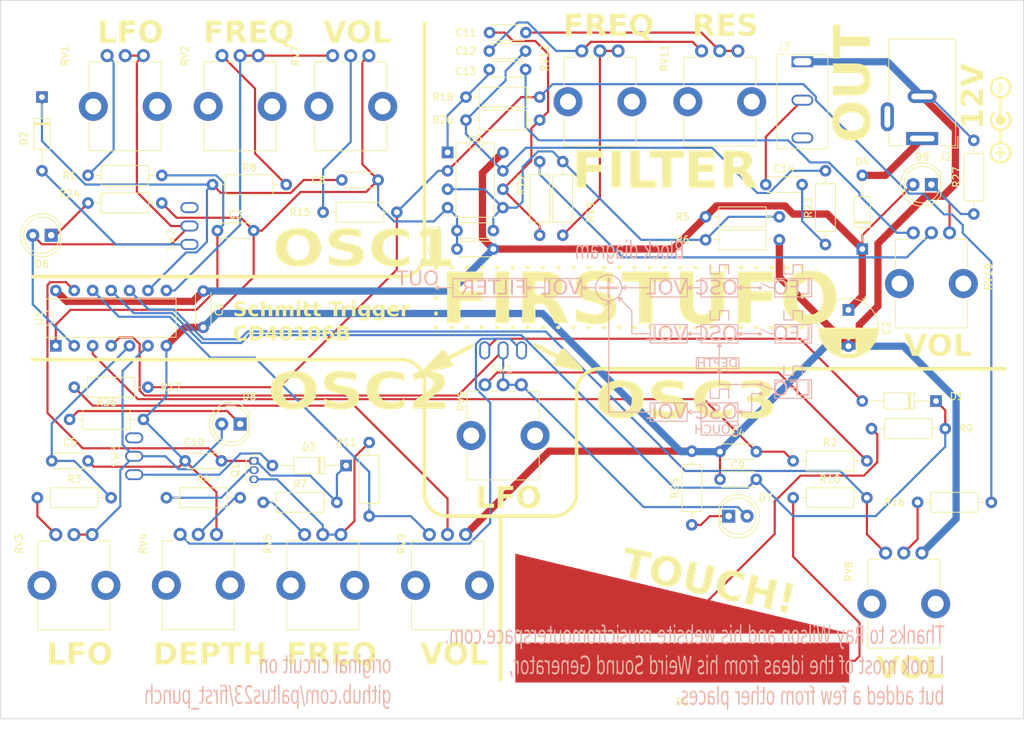
<source format=kicad_pcb>
(kicad_pcb (version 20221018) (generator pcbnew)
  (layers (0 "F.Cu" signal) (31 "B.Cu" signal) (36 "B.SilkS" user "B.Silkscreen") (37 "F.SilkS" user "F.Silkscreen") (38 "B.Mask" user) (39 "F.Mask" user) (44 "Edge.Cuts" user))
  (net 0 "")
  (net 1 "+12V")
  (net 2 "GND")
  (net 3 "Net-(C3-Pad1)")
  (net 4 "Net-(C4-Pad1)")
  (net 5 "Net-(C5-Pad1)")
  (net 6 "Vref")
  (net 7 "Net-(D2-K)")
  (net 8 "Net-(D1-K)")
  (net 9 "Net-(D3-K)")
  (net 10 "Net-(U3B--)")
  (net 11 "Net-(C11-Pad2)")
  (net 12 "Net-(C12-Pad1)")
  (net 13 "Net-(C12-Pad2)")
  (net 14 "Net-(C13-Pad1)")
  (net 15 "Net-(C13-Pad2)")
  (net 16 "Net-(C14-Pad1)")
  (net 17 "Net-(C14-Pad2)")
  (net 18 "Net-(D1-A)")
  (net 19 "Net-(D2-A)")
  (net 20 "Net-(D3-A)")
  (net 21 "Net-(D4-A)")
  (net 23 "Net-(Q1-B)")
  (net 24 "Net-(Q1-C)")
  (net 25 "Net-(R1-Pad2)")
  (net 26 "Net-(R2-Pad2)")
  (net 27 "Net-(R3-Pad2)")
  (net 28 "Net-(R4-Pad1)")
  (net 29 "Net-(R7-Pad2)")
  (net 30 "Net-(R8-Pad2)")
  (net 31 "Net-(D5-Pad1)")
  (net 32 "Net-(R10-Pad1)")
  (net 33 "Net-(D5-Pad2)")
  (net 34 "Net-(R11-Pad1)")
  (net 35 "Net-(R15-Pad2)")
  (net 36 "Net-(R16-Pad2)")
  (net 37 "Net-(R17-Pad2)")
  (net 38 "Net-(RV2-Pad1)")
  (net 39 "Net-(U3A--)")
  (net 40 "Net-(R19-Pad1)")
  (net 41 "Net-(D6-K)")
  (net 42 "Net-(D6-A)")
  (net 43 "Net-(D7-K)")
  (net 44 "Net-(SW1-C)")
  (net 47 "Net-(D7-A)")
  (net 48 "Net-(D8-K)")
  (net 49 "Net-(D8-A)")
  (net 50 "Net-(D9-K)")
  (net 52 "Net-(R22-Pad2)")
  (footprint "Resistor_THT:R_Axial_DIN0207_L6.3mm_D2.5mm_P10.16mm_Horizontal" (layer "F.Cu") (at 45.085 63.5)
    (fp_text reference "R24")
    (fp_text value "10k")
  )
  (footprint "Import:SMTS-102" (layer "F.Cu") (at 51.435 98.425 90)
    (fp_text reference "SW3")
    (fp_text value "SMTS-102")
  )
  (footprint "Capacitor_THT:C_Disc_D4.3mm_W1.9mm_P5.00mm" (layer "F.Cu") (at 137.16 101.6 180)
    (fp_text reference "C9")
    (fp_text value "22n")
  )
  (footprint "Capacitor_THT:C_Disc_D4.3mm_W1.9mm_P5.00mm" (layer "F.Cu") (at 40.085 99.06)
    (fp_text reference "C5")
    (fp_text value "1u")
  )
  (footprint "Resistor_THT:R_Axial_DIN0207_L6.3mm_D2.5mm_P10.16mm_Horizontal" (layer "F.Cu") (at 66.04 104.14 180)
    (fp_text reference "R4")
    (fp_text value "4k7")
  )
  (footprint "Resistor_THT:R_Axial_DIN0207_L6.3mm_D2.5mm_P10.16mm_Horizontal" (layer "F.Cu") (at 169.545 104.775 180)
    (fp_text reference "R16")
    (fp_text value "27k")
  )
  (footprint "Diode_THT:D_DO-35_SOD27_P10.16mm_Horizontal" (layer "F.Cu") (at 151.765 69.85 90)
    (fp_text reference "D4")
    (fp_text value "1N4148")
  )
  (footprint "Resistor_THT:R_Axial_DIN0207_L6.3mm_D2.5mm_P10.16mm_Horizontal" (layer "F.Cu") (at 87.63 64.77 180)
    (fp_text reference "R15")
    (fp_text value "27k")
  )
  (footprint "Potentiometer_THT:Potentiometer_Bourns_PTV09A-1_Single_Vertical" (layer "F.Cu") (at 57.78 109.205 -90)
    (fp_text reference "RV4")
    (fp_text value "100k")
  )
  (footprint "Package_DIP:DIP-8_W7.62mm" (layer "F.Cu") (at 94.625 56.525)
    (fp_text reference "U3")
    (fp_text value "LM358")
  )
  (footprint "Resistor_THT:R_Axial_DIN0207_L6.3mm_D2.5mm_P10.16mm_Horizontal" (layer "F.Cu") (at 130.175 68.58)
    (fp_text reference "R6")
    (fp_text value "10k")
  )
  (footprint "Capacitor_THT:C_Disc_D4.3mm_W1.9mm_P5.00mm" (layer "F.Cu") (at 60.96 75.645 -90)
    (fp_text reference "C1")
    (fp_text value ".1u Y5V")
  )
  (footprint "Resistor_THT:R_Axial_DIN0207_L6.3mm_D2.5mm_P10.16mm_Horizontal" (layer "F.Cu") (at 53.34 88.9 180)
    (fp_text reference "R17")
    (fp_text value "27k")
  )
  (footprint "Potentiometer_THT:Potentiometer_Bourns_PTV09A-1_Single_Vertical" (layer "F.Cu") (at 158.79 67.61 -90)
    (fp_text reference "RV10")
    (fp_text value "1M")
  )
  (footprint "Potentiometer_THT:Potentiometer_Bourns_PTV09A-1_Single_Vertical" (layer "F.Cu") (at 113.115 42.53 -90)
    (fp_text reference "RV12")
    (fp_text value "100k")
  )
  (footprint "Potentiometer_THT:Potentiometer_Bourns_PTV09A-1_Single_Vertical" (layer "F.Cu") (at 78.78 43.18 -90)
    (fp_text reference "RV7")
    (fp_text value "100k")
  )
  (footprint "Resistor_THT:R_Axial_DIN0207_L6.3mm_D2.5mm_P10.16mm_Horizontal" (layer "F.Cu") (at 55.245 59.69 180)
    (fp_text reference "R1")
    (fp_text value "27k")
  )
  (footprint "Import:tactile pad triangle_1" (layer "F.Cu") (at 126.96 123.365)
    (fp_text reference "D5")
    (fp_text value "~")
  )
  (footprint "Diode_THT:D_DO-35_SOD27_P10.16mm_Horizontal" (layer "F.Cu") (at 161.925 90.805 180)
    (fp_text reference "D1")
    (fp_text value "1N4148")
  )
  (footprint "Capacitor_THT:C_Disc_D4.3mm_W1.9mm_P5.00mm" (layer "F.Cu") (at 100.925 69.85 180)
    (fp_text reference "C6")
    (fp_text value ".1u Y5V")
  )
  (footprint "Diode_THT:D_DO-35_SOD27_P10.16mm_Horizontal" (layer "F.Cu") (at 80.645 99.695 180)
    (fp_text reference "D3")
    (fp_text value "1N4148")
  )
  (footprint "LED_THT:LED_D5.0mm" (layer "F.Cu") (at 161.295 60.96 180)
    (fp_text reference "D9")
    (fp_text value "LED red")
  )
  (footprint "Capacitor_THT:C_Disc_D4.3mm_W1.9mm_P5.00mm" (layer "F.Cu") (at 62.905 67.31)
    (fp_text reference "C3")
    (fp_text value "1u")
  )
  (footprint "LED_THT:LED_D5.0mm" (layer "F.Cu") (at 66.04 93.98 180)
    (fp_text reference "D8")
    (fp_text value "LED green")
  )
  (footprint "LED_THT:LED_D5.0mm" (layer "F.Cu") (at 40.005 67.945 180)
    (fp_text reference "D6")
    (fp_text value "LED green")
  )
  (footprint "Potentiometer_THT:Potentiometer_Bourns_PTV09A-1_Single_Vertical" (layer "F.Cu") (at 99.78 88.565 -90)
    (fp_text reference "RV6")
    (fp_text value "1M")
  )
  (footprint "Potentiometer_THT:Potentiometer_Bourns_PTV09A-1_Single_Vertical" (layer "F.Cu") (at 74.925 109.22 -90)
    (fp_text reference "RV5")
    (fp_text value "1M")
  )
  (footprint "Capacitor_THT:C_Disc_D4.3mm_W1.9mm_P5.00mm" (layer "F.Cu") (at 100.925 67.31 180)
    (fp_text reference "C7")
    (fp_text value "1u Y5V")
  )
  (footprint "Capacitor_THT:C_Disc_D4.3mm_W1.9mm_P5.00mm" (layer "F.Cu") (at 63.46 99.06 180)
    (fp_text reference "C10")
    (fp_text value "22n")
  )
  (footprint "MountingHole:MountingHole_3.2mm_M3" (layer "F.Cu") (at 38.1 129.54)
    (fp_text reference "H3" hide)
    (fp_text value "MountingHole")
  )
  (footprint "Package_TO_SOT_THT:TO-92Flat" (layer "F.Cu") (at 67.945 99.06 -90)
    (fp_text reference "Q1")
    (fp_text value "2N3904")
  )
  (footprint "Resistor_THT:R_Axial_DIN0207_L6.3mm_D2.5mm_P10.16mm_Horizontal" (layer "F.Cu") (at 97.155 52.07)
    (fp_text reference "R20")
    (fp_text value "4M7")
  )
  (footprint "Resistor_THT:R_Axial_DIN0207_L6.3mm_D2.5mm_P10.16mm_Horizontal" (layer "F.Cu") (at 130.175 65.405)
    (fp_text reference "R5")
    (fp_text value "10k")
  )
  (footprint "Connector_BarrelJack:BarrelJack_Wuerth_6941xx301002" (layer "F.Cu") (at 160.02 54.61 180)
    (fp_text reference "J2")
    (fp_text value "Barrel_Jack_Switch")
  )
  (footprint "Potentiometer_THT:Potentiometer_Bourns_PTV09A-1_Single_Vertical" (layer "F.Cu") (at 129.625 42.53 -90)
    (fp_text reference "RV11")
    (fp_text value "100k")
  )
  (footprint "Capacitor_THT:C_Disc_D4.3mm_W1.9mm_P5.00mm" (layer "F.Cu") (at 80.05 60.325)
    (fp_text reference "C8")
    (fp_text value "22n")
  )
  (footprint "Import:Polarity_Center_Positive_3mm_SilkScreen" (layer "F.Cu") (at 170.815 52.07 90)
    (fp_text reference "LO1" hide)
    (fp_text value "~" hide)
  )
  (footprint "Potentiometer_THT:Potentiometer_Bourns_PTV09A-1_Single_Vertical" (layer "F.Cu") (at 47.71 43.18 -90)
    (fp_text reference "RV1")
    (fp_text value "1M")
  )
  (footprint "Capacitor_THT:C_Disc_D4.3mm_W1.9mm_P5.00mm" (layer "F.Cu") (at 100.37 45.085)
    (fp_text reference "C13")
    (fp_text value ".1u")
  )
  (footprint "Resistor_THT:R_Axial_DIN0207_L6.3mm_D2.5mm_P10.16mm_Horizontal" (layer "F.Cu") (at 62.23 60.96)
    (fp_text reference "R8")
    (fp_text value "10k")
  )
  (footprint "Resistor_THT:R_Axial_DIN0207_L6.3mm_D2.5mm_P10.16mm_Horizontal" (layer "F.Cu") (at 97.155 48.895)
    (fp_text reference "R18")
    (fp_text value "4k7")
  )
  (footprint "Package_DIP:DIP-14_W7.62mm" (layer "F.Cu") (at 40.64 83.185 90)
    (fp_text reference "U1")
    (fp_text value "40106")
  )
  (footprint "Resistor_THT:R_Axial_DIN0207_L6.3mm_D2.5mm_P10.16mm_Horizontal" (layer "F.Cu") (at 107.315 67.945 90)
    (fp_text reference "R22")
    (fp_text value "750k")
  )
  (footprint "Resistor_THT:R_Axial_DIN0207_L6.3mm_D2.5mm_P10.16mm_Horizontal" (layer "F.Cu") (at 146.685 69.215 90)
    (fp_text reference "R23")
    (fp_text value "1k")
  )
  (footprint "Resistor_THT:R_Axial_DIN0207_L6.3mm_D2.5mm_P10.16mm_Horizontal" (layer "F.Cu") (at 128.27 107.88 90)
    (fp_text reference "R25")
    (fp_text value "10k")
  )
  (footprint "Capacitor_THT:C_Disc_D4.3mm_W1.9mm_P5.00mm" (layer "F.Cu") (at 137.16 97.79 180)
    (fp_text reference "C4")
    (fp_text value "1u")
  )
  (footprint "Resistor_THT:R_Axial_DIN0207_L6.3mm_D2.5mm_P10.16mm_Horizontal" (layer "F.Cu") (at 167.132 65.024 90)
    (fp_text reference "R27")
    (fp_text value "10k")
  )
  (footprint "Resistor_THT:R_Axial_DIN0207_L6.3mm_D2.5mm_P10.16mm_Horizontal" (layer "F.Cu") (at 83.82 106.68 90)
    (fp_text reference "R11")
    (fp_text value "4k7")
  )
  (footprint "Resistor_THT:R_Axial_DIN0207_L6.3mm_D2.5mm_P10.16mm_Horizontal" (layer "F.Cu") (at 152.4 104.14 180)
    (fp_text reference "R10")
    (fp_text value "4k7")
  )
  (footprint "MountingHole:MountingHole_3.2mm_M3" (layer "F.Cu") (at 168.91 129.54)
    (fp_text reference "H2" hide)
    (fp_text value "MountingHole")
  )
  (footprint "Potentiometer_THT:Potentiometer_Bourns_PTV09A-1_Single_Vertical" (layer "F.Cu") (at 154.98 111.76 -90)
    (fp_text reference "RV8")
    (fp_text value "100k")
  )
  (footprint "Resistor_THT:R_Axial_DIN0207_L6.3mm_D2.5mm_P10.16mm_Horizontal" (layer "F.Cu") (at 79.375 104.775 180)
    (fp_text reference "R7")
    (fp_text value "4k7")
  )
  (footprint "Capacitor_THT:CP_Radial_D8.0mm_P5.00mm" (layer "F.Cu") (at 149.86 78.242349 -90)
    (fp_text reference "C2")
    (fp_text value "10u")
  )
  (footprint "Resistor_THT:R_Axial_DIN0207_L6.3mm_D2.5mm_P10.16mm_Horizontal" (layer "F.Cu") (at 110.49 67.945 90)
    (fp_text reference "R19")
    (fp_text value "1k")
  )
  (footprint "MountingHole:MountingHole_3.2mm_M3" (layer "F.Cu") (at 168.91 40.64)
    (fp_text reference "H1" hide)
    (fp_text value "MountingHole")
  )
  (footprint "Resistor_THT:R_Axial_DIN0207_L6.3mm_D2.5mm_P10.16mm_Horizontal" (layer "F.Cu") (at 163.195 94.615 180)
    (fp_text reference "R9")
    (fp_text value "4k7")
  )
  (footprint "LED_THT:LED_D5.0mm" (layer "F.Cu") (at 133.35 106.68)
    (fp_text reference "D7")
    (fp_text value "LED green")
  )
  (footprint "Capacitor_THT:C_Disc_D4.3mm_W1.9mm_P5.00mm" (layer "F.Cu") (at 100.41 40.005)
    (fp_text reference "C11")
    (fp_text value "1n")
  )
  (footprint "Potentiometer_THT:Potentiometer_Bourns_PTV09A-1_Single_Vertical" (layer "F.Cu") (at 63.54 43.18 -90)
    (fp_text reference "RV2")
    (fp_text value "1M")
  )
  (footprint "Diode_THT:D_DO-35_SOD27_P10.16mm_Horizontal" (layer "F.Cu") (at 38.735 48.895 -90)
    (fp_text reference "D2")
    (fp_text value "1N4148")
  )
  (footprint "Resistor_THT:R_Axial_DIN0207_L6.3mm_D2.5mm_P10.16mm_Horizontal" (layer "F.Cu") (at 48.26 104.14 180)
    (fp_text reference "R3")
    (fp_text value "27k")
  )
  (footprint "Import:PJ-316" (layer "F.Cu") (at 143.51 44.025 -90)
    (fp_text reference "J3")
    (fp_text value "~")
  )
  (footprint "Potentiometer_THT:Potentiometer_Bourns_PTV09A-1_Single_Vertical" (layer "F.Cu") (at 40.64 109.22 -90)
    (fp_text reference "RV3")
    (fp_text value "1M")
  )
  (footprint "Import:SMTS-102" (layer "F.Cu") (at 59.055 66.675 90)
    (fp_text reference "SW2")
    (fp_text value "SMTS-102")
  )
  (footprint "Resistor_THT:R_Axial_DIN0207_L6.3mm_D2.5mm_P10.16mm_Horizontal" (layer "F.Cu") (at 42.545 93.345)
    (fp_text reference "R26")
    (fp_text value "10k")
  )
  (footprint "Capacitor_THT:C_Disc_D4.3mm_W1.9mm_P5.00mm" (layer "F.Cu") (at 138.47 60.96)
    (fp_text reference "C14")
    (fp_text value "1u")
  )
  (footprint "MountingHole:MountingHole_3.2mm_M3" (layer "F.Cu") (at 38.1 40.64)
    (fp_text reference "H4" hide)
    (fp_text value "MountingHole")
  )
  (footprint "Capacitor_THT:C_Disc_D4.3mm_W1.9mm_P5.00mm" (layer "F.Cu") (at 100.37 42.545)
    (fp_text reference "C12")
    (fp_text value "1n")
  )
  (footprint "Potentiometer_THT:Potentiometer_Bourns_PTV09A-1_Single_Vertical" (layer "F.Cu") (at 92.115 109.22 -90)
    (fp_text reference "RV9")
    (fp_text value "100k")
  )
  (footprint "Import:SMTS-102" (layer "F.Cu") (at 102.28 83.82)
    (fp_text reference "SW1")
    (fp_text value "SMTS-102")
  )
  (footprint "Resistor_THT:R_Axial_DIN0207_L6.3mm_D2.5mm_P10.16mm_Horizontal" (layer "F.Cu") (at 142.24 99.06)
    (fp_text reference "R2")
    (fp_text value "27k")
  )
  (gr_circle (center 137.668 81.534) (end 137.532135 81.41323) (stroke (width 0.15)) (fill none) (layer "B.SilkS"))
  (gr_line (start 129.54 73.914) (end 129.54 76.454) (stroke (width 0.15)) (layer "B.SilkS"))
  (gr_line (start 132.08 89.154) (end 133.35 89.154) (stroke (width 0.15)) (layer "B.SilkS"))
  (gr_line (start 116.84 92.329) (end 122.555 92.329) (stroke (width 0.15)) (layer "B.SilkS"))
  (gr_line (start 127.635 92.329) (end 129.54 92.329) (stroke (width 0.15)) (layer "B.SilkS"))
  (gr_line (start 129.54 82.804) (end 134.62 82.804) (stroke (width 0.15)) (layer "B.SilkS"))
  (gr_line (start 127.635 92.329) (end 128.199552 92.590668) (stroke (width 0.15)) (layer "B.SilkS"))
  (gr_line (start 136.525 92.329) (end 136.525 89.789) (stroke (width 0.15)) (layer "B.SilkS"))
  (gr_line (start 142.24 72.009) (end 143.51 72.009) (stroke (width 0.15)) (layer "B.SilkS"))
  (gr_rect (start 144.78 76.454) (end 144.78 73.914) (stroke (width 0.15)) (fill none) (layer "B.SilkS"))
  (gr_line (start 113.113588 75.184) (end 115.018588 75.184) (stroke (width 0.15)) (layer "B.SilkS"))
  (gr_line (start 132.08 86.36) (end 131.818332 86.924552) (stroke (width 0.15)) (layer "B.SilkS"))
  (gr_line (start 139.7 80.264) (end 139.7 82.804) (stroke (width 0.15)) (layer "B.SilkS"))
  (gr_line (start 122.555 75.184) (end 118.61069 75.184) (stroke (width 0.15)) (layer "B.SilkS"))
  (gr_line (start 140.97 73.279) (end 142.24 73.279) (stroke (width 0.15)) (layer "B.SilkS"))
  (gr_line (start 129.54 95.504) (end 134.62 95.504) (stroke (width 0.15)) (layer "B.SilkS"))
  (gr_line (start 137.795 80.899) (end 139.065 81.534) (stroke (width 0.15)) (layer "B.SilkS"))
  (gr_line (start 140.97 78.359) (end 140.97 79.629) (stroke (width 0.15)) (layer "B.SilkS"))
  (gr_line (start 137.795 88.519) (end 139.065 89.154) (stroke (width 0.15)) (layer "B.SilkS"))
  (gr_circle (center 137.795 89.789) (end 137.659135 89.66823) (stroke (width 0.15)) (fill none) (layer "B.SilkS"))
  (gr_line (start 120.00769 78.359) (end 118.10269 76.454) (stroke (width 0.15)) (layer "B.SilkS"))
  (gr_line (start 140.97 72.009) (end 140.97 73.279) (stroke (width 0.15)) (layer "B.SilkS"))
  (gr_line (start 135.184552 81.272332) (end 134.62 81.534) (stroke (width 0.15)) (layer "B.SilkS"))
  (gr_line (start 105.511639 75.184) (end 106.076191 75.445668) (stroke (width 0.15)) (layer "B.SilkS"))
  (gr_line (start 113.113588 73.914) (end 108.033588 73.914) (stroke (width 0.15)) (layer "B.SilkS"))
  (gr_line (start 132.08 86.36) (end 132.08 88.519) (stroke (width 0.15)) (layer "B.SilkS"))
  (gr_line (start 139.065 89.154) (end 139.7 89.154) (stroke (width 0.15)) (layer "B.SilkS"))
  (gr_line (start 140.97 79.629) (end 142.24 79.629) (stroke (width 0.15)) (layer "B.SilkS"))
  (gr_rect (start 134.62 93.599) (end 134.62 91.059) (stroke (width 0.15)) (fill none) (layer "B.SilkS"))
  (gr_line (start 139.7 90.424) (end 144.78 90.424) (stroke (width 0.15)) (layer "B.SilkS"))
  (gr_line (start 108.033588 75.184) (end 105.511639 75.184) (stroke (width 0.15)) (layer "B.SilkS"))
  (gr_line (start 134.62 95.504) (end 134.62 93.599) (stroke (width 0.15)) (layer "B.SilkS"))
  (gr_line (start 129.54 93.599) (end 129.54 95.504) (stroke (width 0.15)) (layer "B.SilkS"))
  (gr_line (start 129.54 80.264) (end 129.54 82.804) (stroke (width 0.15)) (layer "B.SilkS"))
  (gr_line (start 144.78 87.884) (end 139.7 87.884) (stroke (width 0.15)) (layer "B.SilkS"))
  (gr_rect (start 134.62 82.804) (end 134.62 80.264) (stroke (width 0.15)) (fill none) (layer "B.SilkS"))
  (gr_line (start 143.51 72.009) (end 143.51 73.279) (stroke (width 0.15)) (layer "B.SilkS"))
  (gr_line (start 128.199552 81.272332) (end 127.635 81.534) (stroke (width 0.15)) (layer "B.SilkS"))
  (gr_line (start 108.033588 73.914) (end 108.033588 76.454) (stroke (width 0.15)) (layer "B.SilkS"))
  (gr_line (start 117.076307 77.544603) (end 116.814639 76.980051) (stroke (width 0.15)) (layer "B.SilkS"))
  (gr_line (start 128.199552 74.922332) (end 127.635 75.184) (stroke (width 0.15)) (layer "B.SilkS"))
  (gr_line (start 95.351639 73.914) (end 95.351639 76.454) (stroke (width 0.15)) (layer "B.SilkS"))
  (gr_circle (center 137.668 75.184) (end 137.532135 75.06323) (stroke (width 0.15)) (fill none) (layer "B.SilkS"))
  (gr_line (start 139.7 87.884) (end 139.7 90.424) (stroke (width 0.15)) (layer "B.SilkS"))
  (gr_line (start 137.795 74.549) (end 139.065 75.184) (stroke (width 0.15)) (layer "B.SilkS"))
  (gr_line (start 144.78 73.914) (end 139.7 73.914) (stroke (width 0.15)) (layer "B.SilkS"))
  (gr_rect (start 127.635 82.804) (end 127.635 80.264) (stroke (width 0.15)) (fill none) (layer "B.SilkS"))
  (gr_line (start 129.54 76.454) (end 134.62 76.454) (stroke (width 0.15)) (layer "B.SilkS"))
  (gr_line (start 134.747 86.36) (end 128.905 86.36) (stroke (width 0.15)) (layer "B.SilkS"))
  (gr_line (start 93.394242 74.922332) (end 92.82969 75.184) (stroke (width 0.15)) (layer "B.SilkS"))
  (gr_line (start 135.184552 92.067332) (end 134.62 92.329) (stroke (width 0.15)) (layer "B.SilkS"))
  (gr_rect (start 144.78 82.804) (end 144.78 80.264) (stroke (width 0.15)) (fill none) (layer "B.SilkS"))
  (gr_line (start 130.81 89.154) (end 130.81 90.424) (stroke (width 0.15)) (layer "B.SilkS"))
  (gr_line (start 130.81 90.424) (end 132.08 90.424) (stroke (width 0.15)) (layer "B.SilkS"))
  (gr_line (start 122.555 73.914) (end 122.555 76.454) (stroke (width 0.15)) (layer "B.SilkS"))
  (gr_rect (start 127.635 93.599) (end 127.635 91.059) (stroke (width 0.15)) (fill none) (layer "B.SilkS"))
  (gr_line (start 134.62 92.329) (end 135.184552 92.590668) (stroke (width 0.15)) (layer "B.SilkS"))
  (gr_line (start 132.08 82.804) (end 131.818332 83.368552) (stroke (width 0.15)) (layer "B.SilkS"))
  (gr_line (start 143.51 78.359) (end 143.51 79.629) (stroke (width 0.15)) (layer "B.SilkS"))
  (gr_circle (center 116.814639 75.184) (end 115.544639 73.914) (stroke (width 0.15)) (fill none) (layer "B.SilkS"))
  (gr_line (start 134.62 91.059) (end 129.54 91.059) (stroke (width 0.15)) (layer "B.SilkS"))
  (gr_line (start 142.24 79.629) (end 142.24 78.359) (stroke (width 0.15)) (layer "B.SilkS"))
  (gr_line (start 130.81 78.359) (end 130.81 79.629) (stroke (width 0.15)) (layer "B.SilkS"))
  (gr_line (start 127.635 81.534) (end 129.54 81.534) (stroke (width 0.15)) (layer "B.SilkS"))
  (gr_line (start 130.81 72.009) (end 130.81 73.279) (stroke (width 0.15)) (layer "B.SilkS"))
  (gr_line (start 134.62 81.534) (end 135.184552 81.795668) (stroke (width 0.15)) (layer "B.SilkS"))
  (gr_line (start 119.175242 74.922332) (end 118.61069 75.184) (stroke (width 0.15)) (layer "B.SilkS"))
  (gr_line (start 92.82969 75.184) (end 93.394242 75.445668) (stroke (width 0.15)) (layer "B.SilkS"))
  (gr_line (start 122.555 82.804) (end 127.635 82.804) (stroke (width 0.15)) (layer "B.SilkS"))
  (gr_rect (start 113.113588 76.454) (end 113.113588 73.914) (stroke (width 0.15)) (fill none) (layer "B.SilkS"))
  (gr_line (start 130.81 73.279) (end 132.08 73.279) (stroke (width 0.15)) (layer "B.SilkS"))
  (gr_line (start 142.24 73.279) (end 142.24 72.009) (stroke (width 0.15)) (layer "B.SilkS"))
  (gr_line (start 142.24 87.249) (end 142.24 85.979) (stroke (width 0.15)) (layer "B.SilkS"))
  (gr_line (start 105.511639 73.914) (end 95.351639 73.914) (stroke (width 0.15)) (layer "B.SilkS"))
  (gr_line (start 116.814639 76.980051) (end 116.814639 92.329) (stroke (width 0.15)) (layer "B.SilkS"))
  (gr_line (start 128.905 86.36) (end 128.905 84.836) (stroke (width 0.15)) (layer "B.SilkS"))
  (gr_line (start 132.08 82.804) (end 132.08 84.709) (stroke (width 0.15)) (layer "B.SilkS"))
  (gr_line (start 106.076191 74.922332) (end 105.511639 75.184) (stroke (width 0.15)) (layer "B.SilkS"))
  (gr_line (start 128.905 84.836) (end 134.747 84.836) (stroke (width 0.15)) (layer "B.SilkS"))
  (gr_rect (start 105.511639 76.454) (end 105.511639 73.914) (stroke (width 0.15)) (fill none) (layer "B.SilkS"))
  (gr_line (start 132.341668 83.368552) (end 132.08 82.804) (stroke (width 0.15)) (layer "B.SilkS"))
  (gr_line (start 116.814639 76.454) (end 116.814639 73.914) (stroke (width 0.3)) (layer "B.SilkS"))
  (gr_line (start 133.35 78.359) (end 133.35 79.629) (stroke (width 0.15)) (layer "B.SilkS"))
  (gr_line (start 139.7 82.804) (end 144.78 82.804) (stroke (width 0.15)) (layer "B.SilkS"))
  (gr_line (start 122.555 76.454) (end 127.635 76.454) (stroke (width 0.15)) (layer "B.SilkS"))
  (gr_line (start 122.555 91.059) (end 122.555 93.599) (stroke (width 0.15)) (layer "B.SilkS"))
  (gr_line (start 127.635 91.059) (end 122.555 91.059) (stroke (width 0.15)) (layer "B.SilkS"))
  (gr_line (start 120.00769 81.534) (end 122.555 81.534) (stroke (width 0.15)) (layer "B.SilkS"))
  (gr_line (start 142.24 85.979) (end 143.51 85.979) (stroke (width 0.15)) (layer "B.SilkS"))
  (gr_line (start 120.00769 81.534) (end 120.00769 78.359) (stroke (width 0.15)) (layer "B.SilkS"))
  (gr_rect (start 144.78 90.424) (end 144.78 87.884) (stroke (width 0.15)) (fill none) (layer "B.SilkS"))
  (gr_line (start 132.341668 86.924552) (end 132.08 86.36) (stroke (width 0.15)) (layer "B.SilkS"))
  (gr_line (start 132.08 73.279) (end 132.08 72.009) (stroke (width 0.15)) (layer "B.SilkS"))
  (gr_line (start 95.351639 75.184) (end 92.82969 75.184) (stroke (width 0.15)) (layer "B.SilkS"))
  (gr_line (start 134.62 81.534) (end 137.668 81.534) (stroke (width 0.15)) (layer "B.SilkS"))
  (gr_line (start 116.814639 76.980051) (end 116.552971 77.544603) (stroke (width 0.15)) (layer "B.SilkS"))
  (gr_line (start 129.54 93.599) (end 134.62 93.599) (stroke (width 0.15)) (layer "B.SilkS"))
  (gr_line (start 133.35 72.009) (end 133.35 73.279) (stroke (width 0.15)) (layer "B.SilkS"))
  (gr_line (start 133.35 89.154) (end 133.35 90.424) (stroke (width 0.15)) (layer "B.SilkS"))
  (gr_circle (center 137.795 88.519) (end 137.659135 88.39823) (stroke (width 0.15)) (fill none) (layer "B.SilkS"))
  (gr_line (start 127.635 75.184) (end 128.199552 75.445668) (stroke (width 0.15)) (layer "B.SilkS"))
  (gr_line (start 127.635 81.534) (end 128.199552 81.795668) (stroke (width 0.15)) (layer "B.SilkS"))
  (gr_line (start 139.065 75.184) (end 139.7 75.184) (stroke (width 0.15)) (layer "B.SilkS"))
  (gr_line (start 127.635 75.184) (end 129.54 75.184) (stroke (width 0.15)) (layer "B.SilkS"))
  (gr_rect (start 127.635 76.454) (end 127.635 73.914) (stroke (width 0.15)) (fill none) (layer "B.SilkS"))
  (gr_line (start 128.199552 92.067332) (end 127.635 92.329) (stroke (width 0.15)) (layer "B.SilkS"))
  (gr_line (start 108.033588 76.454) (end 113.113588 76.454) (stroke (width 0.15)) (layer "B.SilkS"))
  (gr_line (start 127.635 80.264) (end 122.555 80.264) (stroke (width 0.15)) (layer "B.SilkS"))
  (gr_line (start 130.81 79.629) (end 132.08 79.629) (stroke (width 0.15)) (layer "B.SilkS"))
  (gr_line (start 135.184552 74.922332) (end 134.62 75.184) (stroke (width 0.15)) (layer "B.SilkS"))
  (gr_line (start 132.08 90.424) (end 132.08 89.154) (stroke (width 0.15)) (layer "B.SilkS"))
  (gr_line (start 132.08 72.009) (end 133.35 72.009) (stroke (width 0.15)) (layer "B.SilkS"))
  (gr_line (start 122.555 80.264) (end 122.555 82.804) (stroke (width 0.15)) (layer "B.SilkS"))
  (gr_line (start 134.62 92.329) (end 136.525 92.329) (stroke (width 0.15)) (layer "B.SilkS"))
  (gr_line (start 139.065 81.534) (end 139.7 81.534) (stroke (width 0.15)) (layer "B.SilkS"))
  (gr_line (start 127.635 73.914) (end 122.555 73.914) (stroke (width 0.15)) (layer "B.SilkS"))
  (gr_line (start 113.113588 75.184) (end 113.67814 75.445668) (stroke (width 0.15)) (layer "B.SilkS"))
  (gr_line (start 143.51 85.979) (end 143.51 87.249) (stroke (width 0.15)) (layer "B.SilkS"))
  (gr_line (start 134.747 84.836) (end 134.747 86.36) (stroke (width 0.15)) (layer "B.SilkS"))
  (gr_line (start 132.08 88.519) (end 137.795 88.519) (stroke (width 0.15)) (layer "B.SilkS"))
  (gr_line (start 139.7 76.454) (end 144.78 76.454) (stroke (width 0.15)) (layer "B.SilkS"))
  (gr_line (start 134.62 80.264) (end 129.54 80.264) (stroke (width 0.15)) (layer "B.SilkS"))
  (gr_line (start 139.7 73.914) (end 139.7 76.454) (stroke (width 0.15)) (layer "B.SilkS"))
  (gr_line (start 136.525 89.789) (end 137.795 89.789) (stroke (width 0.15)) (layer "B.SilkS"))
  (gr_line (start 118.337041 77.097946) (end 118.10269 76.454) (stroke (width 0.15)) (layer "B.SilkS"))
  (gr_line (start 129.54 91.059) (end 129.54 93.599) (stroke (width 0.15)) (layer "B.SilkS"))
  (gr_line (start 118.61069 75.184) (end 119.175242 75.445668) (stroke (width 0.15)) (layer "B.SilkS"))
  (gr_line (start 113.67814 74.922332) (end 113.113588 75.184) (stroke (width 0.15)) (layer "B.SilkS"))
  (gr_line (start 122.555 93.599) (end 127.635 93.599) (stroke (width 0.15)) (layer "B.SilkS"))
  (gr_line (start 140.97 85.979) (end 140.97 87.249) (stroke (width 0.15)) (layer "B.SilkS"))
  (gr_line (start 132.08 78.359) (end 133.35 78.359) (stroke (width 0.15)) (layer "B.SilkS"))
  (gr_line (start 134.62 73.914) (end 129.54 73.914) (stroke (width 0.15)) (layer "B.SilkS"))
  (gr_line (start 140.97 87.249) (end 142.24 87.249) (stroke (width 0.15)) (layer "B.SilkS"))
  (gr_line (start 118.73769 76.708) (end 118.10269 76.454) (stroke (width 0.15)) (layer "B.SilkS"))
  (gr_line (start 134.62 75.184) (end 137.668 75.184) (stroke (width 0.15)) (layer "B.SilkS"))
  (gr_line (start 115.544639 75.184) (end 118.084639 75.184) (stroke (width 0.3)) (layer "B.SilkS"))
  (gr_line (start 144.78 80.264) (end 139.7 80.264) (stroke (width 0.15)) (layer "B.SilkS"))
  (gr_line (start 95.351639 76.454) (end 105.511639 76.454) (stroke (width 0.15)) (layer "B.SilkS"))
  (gr_line (start 132.08 79.629) (end 132.08 78.359) (stroke (width 0.15)) (layer "B.SilkS"))
  (gr_line (start 134.62 75.184) (end 135.184552 75.445668) (stroke (width 0.15)) (layer "B.SilkS"))
  (gr_rect (start 134.62 76.454) (end 134.62 73.914) (stroke (width 0.15)) (fill none) (layer "B.SilkS"))
  (gr_line (start 142.24 78.359) (end 143.51 78.359) (stroke (width 0.15)) (layer "B.SilkS"))
  (gr_line (start 93.0275 72.39) (end 93.0275 80.645) (stroke (width 0.5) (type dot)) (layer "F.SilkS"))
  (gr_line (start 101.9175 106.68) (end 101.9175 129.2225) (stroke (width 0.5)) (layer "F.SilkS"))
  (gr_line (start 112.395 103.505) (end 112.395 89.535) (stroke (width 0.5)) (layer "F.SilkS"))
  (gr_line (start 97.8548 83.245821) (end 92.076663 86.298312) (stroke (width 0.6)) (layer "F.SilkS"))
  (gr_line (start 94.615 106.68) (end 109.22 106.68) (stroke (width 0.5)) (layer "F.SilkS"))
  (gr_line (start 37.465 73.66) (end 88.265 73.66) (stroke (width 0.5)) (layer "F.SilkS"))
  (gr_arc (start 88.265 85.104898) (mid 90.49953 86.03047) (end 91.425102 88.265) (stroke (width 0.5)) (layer "F.SilkS"))
  (gr_poly (pts (xy 91.610725 86.496029) (xy 94.011022 84.039121) (xy 95.097949 85.828022)) (stroke (width 0.6)) (fill solid) (layer "F.SilkS"))
  (gr_line (start 91.44 88.265) (end 91.44 103.505) (stroke (width 0.5)) (layer "F.SilkS"))
  (gr_line (start 115.57 86.36) (end 171.45 86.36) (stroke (width 0.5)) (layer "F.SilkS"))
  (gr_line (start 93.0275 72.39) (end 143.51 72.39) (stroke (width 0.5) (type dot)) (layer "F.SilkS"))
  (gr_arc (start 94.615 106.68) (mid 92.369936 105.750064) (end 91.44 103.505) (stroke (width 0.5)) (layer "F.SilkS"))
  (gr_arc (start 91.44 70.485) (mid 90.510064 72.730064) (end 88.265 73.66) (stroke (width 0.5)) (layer "F.SilkS"))
  (gr_line (start 37.465 85.09) (end 88.265 85.09) (stroke (width 0.5)) (layer "F.SilkS"))
  (gr_line (start 93.0275 80.645) (end 143.51 80.645) (stroke (width 0.5) (type dot)) (layer "F.SilkS"))
  (gr_line (start 143.51 80.645) (end 143.51 72.39) (stroke (width 0.5) (type dot)) (layer "F.SilkS"))
  (gr_arc (start 112.395 103.505) (mid 111.465064 105.750064) (end 109.22 106.68) (stroke (width 0.5)) (layer "F.SilkS"))
  (gr_poly (pts (xy 112.937736 86.331437) (xy 110.537439 83.874529) (xy 109.450512 85.66343)) (stroke (width 0.6)) (fill solid) (layer "F.SilkS"))
  (gr_line (start 91.44 70.485) (end 91.44 38.735) (stroke (width 0.5)) (layer "F.SilkS"))
  (gr_arc (start 112.395 89.535) (mid 113.324936 87.289936) (end 115.57 86.36) (stroke (width 0.5)) (layer "F.SilkS"))
  (gr_line (start 106.693661 83.081229) (end 112.471798 86.13372) (stroke (width 0.6)) (layer "F.SilkS"))
  (gr_line (start 33.02 35.56) (end 173.99 35.56) (stroke (width 0.1)) (layer "Edge.Cuts"))
  (gr_line (start 33.02 134.62) (end 33.02 35.56) (stroke (width 0.1)) (layer "Edge.Cuts"))
  (gr_line (start 173.99 35.56) (end 173.99 134.62) (stroke (width 0.1)) (layer "Edge.Cuts"))
  (gr_line (start 173.99 134.62) (end 33.02 134.62) (stroke (width 0.1)) (layer "Edge.Cuts"))
  (gr_text "VOL" (at 113.113588 76.454) (layer "B.SilkS") (effects (font (size 2 2)) (justify left bottom mirror)))
  (gr_text "Block diagram" (at 127.254 71.628) (layer "B.SilkS") (effects (font (size 2.5 1.5)) (justify left bottom mirror)))
  (gr_text "LFO" (at 144.78 90.424) (layer "B.SilkS") (effects (font (size 2 2)) (justify left bottom mirror)))
  (gr_text "OUT" (at 93.446639 75.184) (layer "B.SilkS") (effects (font (size 2 2)) (justify left bottom mirror)))
  (gr_text "DEPTH" (at 134.62 86.36) (layer "B.SilkS") (effects (font (size 1.2 1.2)) (justify left bottom mirror)))
  (gr_text "LFO" (at 144.78 76.454) (layer "B.SilkS") (effects (font (size 2 2)) (justify left bottom mirror)))
  (gr_text "VOL" (at 127.635 93.599) (layer "B.SilkS") (effects (font (size 2 2)) (justify left bottom mirror)))
  (gr_text "OSC" (at 134.62 82.804) (layer "B.SilkS") (effects (font (size 2 2)) (justify left bottom mirror)))
  (gr_text "VOL" (at 127.635 76.454) (layer "B.SilkS") (effects (font (size 2 2)) (justify left bottom mirror)))
  (gr_text "FILTER" (at 105.511639 76.454) (layer "B.SilkS") (effects (font (size 2 2)) (justify left bottom mirror)))
  (gr_text "original circuit on \ngithub.com/paltus23/first_punch" (at 86.868 132.969) (layer "B.SilkS") (effects (font (size 2.5 1.5)) (justify left bottom mirror)))
  (gr_text "VOL" (at 127.635 82.804) (layer "B.SilkS") (effects (font (size 2 2)) (justify left bottom mirror)))
  (gr_text "LFO" (at 144.78 82.804) (layer "B.SilkS") (effects (font (size 2 2)) (justify left bottom mirror)))
  (gr_text "OSC" (at 134.62 76.454) (layer "B.SilkS") (effects (font (size 2 2)) (justify left bottom mirror)))
  (gr_text "Thanks to Ray Wilson and his website musicfromouterspace.com.\nI took most of the ideas from his Weird Sound Generator, \nbut added a few from other places.\n" (at 163.068 133.096) (layer "B.SilkS") (effects (font (size 2.5 1.5)) (justify left bottom mirror)))
  (gr_text "TOUCH" (at 134.62 95.504) (layer "B.SilkS") (effects (font (size 1.2 1.2)) (justify left bottom mirror)))
  (gr_text "OSC" (at 134.62 93.599) (layer "B.SilkS") (effects (font (size 2 2)) (justify left bottom mirror)))
  (gr_text "UFO" (at 125.73 81.28) (layer "F.SilkS") (effects (font (size 7 7) (thickness 1) bold) (justify left bottom)))
  (gr_text "LFO" (at 46.355 41.91) (layer "F.SilkS") (effects (font (size 3 3) (thickness 0.6) bold) (justify left bottom)))
  (gr_text "VOL" (at 153.67 129.54) (layer "F.SilkS") (effects (font (size 3 3) (thickness 0.6) bold) (justify left bottom)))
  (gr_text "LFO" (at 98.47 106.045) (layer "F.SilkS") (effects (font (size 3 3) (thickness 0.6) bold) (justify left bottom)))
  (gr_text "VOL" (at 157.48 85.09) (layer "F.SilkS") (effects (font (size 3 3) (thickness 0.6) bold) (justify left bottom)))
  (gr_text "OSC3" (at 114.935 93.98) (layer "F.SilkS") (effects (font (size 5 6) (thickness 0.8) bold) (justify left bottom)))
  (gr_text "VOL" (at 77.47 41.91) (layer "F.SilkS") (effects (font (size 3 3) (thickness 0.6) bold) (justify left bottom)))
  (gr_text "FREQ" (at 72.39 127.635) (layer "F.SilkS") (effects (font (size 3 3) (thickness 0.6) bold) (justify left bottom)))
  (gr_text "FREQ" (at 60.96 41.91) (layer "F.SilkS") (effects (font (size 3 3) (thickness 0.6) bold) (justify left bottom)))
  (gr_text "12V" (at 168.91 53.34 90) (layer "F.SilkS") (effects (font (size 3 3) (thickness 0.6) bold) (justify left bottom)))
  (gr_text "Schmitt Trigger\nCD40106B" (at 65.024 82.804) (layer "F.SilkS") (effects (font (size 2 2) (thickness 0.5) bold) (justify left bottom)))
  (gr_text "VOL" (at 90.805 127.635) (layer "F.SilkS") (effects (font (size 3 3) (thickness 0.6) bold) (justify left bottom)))
  (gr_text "DEPTH" (at 53.975 127.635) (layer "F.SilkS") (effects (font (size 3 3) (thickness 0.6) bold) (justify left bottom)))
  (gr_text "RES" (at 128.315 40.96) (layer "F.SilkS") (effects (font (size 3 3) (thickness 0.6) bold) (justify left bottom)))
  (gr_text "FIRST" (at 93.6625 81.28) (layer "F.SilkS") (effects (font (size 7 7) (thickness 1) bold) (justify left bottom)))
  (gr_text "OSC1" (at 70.485 73.025) (layer "F.SilkS") (effects (font (size 5 6) (thickness 0.8) bold) (justify left bottom)))
  (gr_text "TOUCH!" (at 118.11 115.57 347.5) (layer "F.SilkS") (effects (font (size 4 4) (thickness 0.6) bold) (justify left bottom)))
  (gr_text "LFO" (at 39.37 127.635) (layer "F.SilkS") (effects (font (size 3 3) (thickness 0.5) bold) (justify left bottom)))
  (gr_text "FILTER" (at 111.76 62.23) (layer "F.SilkS") (effects (font (size 5 5) (thickness 0.8) bold) (justify left bottom)))
  (gr_text "FREQ" (at 110.535 40.96) (layer "F.SilkS") (effects (font (size 3 3) (thickness 0.6) bold) (justify left bottom)))
  (gr_text "OUT" (at 153.67 55.245 90) (layer "F.SilkS") (effects (font (size 5 5) (thickness 0.8) bold) (justify left bottom)))
  (gr_text "OSC2" (at 69.85 92.71) (layer "F.SilkS") (effects (font (size 5 6) (thickness 0.8) bold) (justify left bottom)))
  (segment (start 99.425 68.35) (end 99.425 59.345) (width 1) (layer "F.Cu") (net 1))
  (segment (start 151.765 69.85) (end 151.765 67.95) (width 0.3) (layer "F.Cu") (net 1))
  (segment (start 151.765 69.85) (end 151.765 76.337349) (width 1) (layer "F.Cu") (net 1))
  (segment (start 100.925 69.85) (end 99.425 68.35) (width 1) (layer "F.Cu") (net 1))
  (segment (start 60.96 75.645) (end 59.54 77.065) (width 1) (layer "F.Cu") (net 1))
  (segment (start 146.939 65.024) (end 151.765 69.85) (width 1) (layer "F.Cu") (net 1))
  (segment (start 151.765 67.95) (end 158.755 60.96) (width 0.3) (layer "F.Cu") (net 1))
  (segment (start 131.675 63.905) (end 141.121 63.905) (width 1) (layer "F.Cu") (net 1))
  (segment (start 99.425 59.345) (end 102.245 56.525) (width 1) (layer "F.Cu") (net 1))
  (segment (start 141.121 63.905) (end 142.24 65.024) (width 1) (layer "F.Cu") (net 1))
  (segment (start 59.54 77.065) (end 42.14 77.065) (width 1) (layer "F.Cu") (net 1))
  (segment (start 42.14 77.065) (end 40.64 75.565) (width 1) (layer "F.Cu") (net 1))
  (segment (start 142.24 65.024) (end 146.939 65.024) (width 1) (layer "F.Cu") (net 1))
  (segment (start 125.73 69.85) (end 130.175 65.405) (width 1) (layer "F.Cu") (net 1))
  (segment (start 130.175 65.405) (end 131.675 63.905) (width 1) (layer "F.Cu") (net 1))
  (segment (start 151.765 76.337349) (end 149.86 78.242349) (width 1) (layer "F.Cu") (net 1))
  (segment (start 100.925 69.85) (end 125.73 69.85) (width 1) (layer "F.Cu") (net 1))
  (segment (start 95.13 75.645) (end 100.925 69.85) (width 1) (layer "B.Cu") (net 1))
  (segment (start 60.96 75.645) (end 95.13 75.645) (width 1) (layer "B.Cu") (net 1))
  (segment (start 164.592 60.863) (end 164.592 53.382) (width 1) (layer "F.Cu") (net 2))
  (segment (start 69.03637 67.31) (end 74.37037 61.976) (width 0.3) (layer "F.Cu") (net 2))
  (segment (start 83.399 61.976) (end 85.05 60.325) (width 0.3) (layer "F.Cu") (net 2))
  (segment (start 149.86 83.242349) (end 151.36 81.742349) (width 1) (layer "F.Cu") (net 2))
  (segment (start 57.277 65.532) (end 66.127 65.532) (width 0.3) (layer "F.Cu") (net 2))
  (segment (start 67.905 67.31) (end 69.03637 67.31) (width 0.3) (layer "F.Cu") (net 2))
  (segment (start 82.88 58.155) (end 85.05 60.325) (width 0.3) (layer "F.Cu") (net 2))
  (segment (start 45.884999 99.859999) (end 55.88 99.859999) (width 0.3) (layer "F.Cu") (net 2))
  (segment (start 140.335 68.58) (end 140.335 73.717349) (width 1) (layer "F.Cu") (net 2))
  (segment (start 62.78 109.205) (end 62.78 103.38) (width 0.3) (layer "F.Cu") (net 2))
  (segment (start 132.09 97.72) (end 132.16 97.79) (width 0.3) (layer "F.Cu") (net 2))
  (segment (start 164.592 53.382) (end 160.02 48.81) (width 1) (layer "F.Cu") (net 2))
  (segment (start 153.924 69.088) (end 160.452 62.56) (width 1) (layer "F.Cu") (net 2))
  (segment (start 67.905 67.31) (end 67.905 73.7) (width 0.3) (layer "F.Cu") (net 2))
  (segment (start 162.895 62.56) (end 164.592 60.863) (width 1) (layer "F.Cu") (net 2))
  (segment (start 128.27 97.72) (end 132.09 97.72) (width 0.3) (layer "F.Cu") (net 2))
  (segment (start 160.452 62.56) (end 162.895 62.56) (width 1) (layer "F.Cu") (net 2))
  (segment (start 57.660001 99.859999) (end 58.46 99.06) (width 0.3) (layer "F.Cu") (net 2))
  (segment (start 55.245 63.5) (end 57.277 65.532) (width 0.3) (layer "F.Cu") (net 2))
  (segment (start 55.88 99.859999) (end 57.660001 99.859999) (width 0.3) (layer "F.Cu") (net 2))
  (segment (start 62.78 103.38) (end 58.46 99.06) (width 0.3) (layer "F.Cu") (net 2))
  (segment (start 162.895 62.56) (end 163.79 63.455) (width 0.3) (layer "F.Cu") (net 2))
  (segment (start 108.615 97.72) (end 128.27 97.72) (width 1) (layer "F.Cu") (net 2))
  (segment (start 151.36 81.742349) (end 151.36 80.288) (width 1) (layer "F.Cu") (net 2))
  (segment (start 66.127 65.532) (end 67.905 67.31) (width 0.3) (layer "F.Cu") (net 2))
  (segment (start 151.36 80.288) (end 153.924 77.724) (width 1) (layer "F.Cu") (net 2))
  (segment (start 74.37037 61.976) (end 83.399 61.976) (width 0.3) (layer "F.Cu") (net 2))
  (segment (start 82.88 44.08) (end 82.88 58.155) (width 0.3) (layer "F.Cu") (net 2))
  (segment (start 45.085 99.06) (end 45.884999 99.859999) (width 0.3) (layer "F.Cu") (net 2))
  (segment (start 60.96 80.645) (end 58.42 80.645) (width 1) (layer "F.Cu") (net 2))
  (segment (start 67.905 73.7) (end 60.96 80.645) (width 0.3) (layer "F.Cu") (net 2))
  (segment (start 83.78 43.18) (end 82.88 44.08) (width 0.3) (layer "F.Cu") (net 2))
  (segment (start 153.924 77.724) (end 153.924 69.088) (width 1) (layer "F.Cu") (net 2))
  (segment (start 140.335 73.717349) (end 149.86 83.242349) (width 1) (layer "F.Cu") (net 2))
  (segment (start 97.115 109.22) (end 108.615 97.72) (width 1) (layer "F.Cu") (net 2))
  (segment (start 132.16 101.6) (end 132.16 97.79) (width 0.3) (layer "F.Cu") (net 2))
  (segment (start 163.79 63.455) (end 163.79 67.61) (width 0.3) (layer "F.Cu") (net 2))
  (segment (start 58.42 80.645) (end 55.88 83.185) (width 1) (layer "F.Cu") (net 2))
  (segment (start 52.705 93.345) (end 58.42 99.06) (width 0.3) (layer "B.Cu") (net 2))
  (segment (start 167.132 54.864) (end 161.078 48.81) (width 0.3) (layer "B.Cu") (net 2))
  (segment (start 87.273654 66.04) (end 92.73 66.04) (width 0.3) (layer "B.Cu") (net 2))
  (segment (start 95.925 67.31) (end 95.925 65.445) (width 0.3) (layer "B.Cu") (net 2))
  (segment (start 107.696 78.74) (end 62.865 78.74) (width 1) (layer "B.Cu") (net 2))
  (segment (start 143.51 44.025) (end 155.235 44.025) (width 1) (layer "B.Cu") (net 2))
  (segment (start 155.235 44.025) (end 160.02 48.81) (width 1) (layer "B.Cu") (net 2))
  (segment (start 159.98 111.76) (end 164.695 107.045) (width 1) (layer "B.Cu") (net 2))
  (segment (start 126.746 97.79) (end 107.696 78.74) (width 1) (layer "B.Cu") (net 2))
  (segment (start 132.16 97.79) (end 146.707651 83.242349) (width 1) (layer "B.Cu") (net 2))
  (segment (start 146.707651 83.242349) (end 149.86 83.242349) (width 1) (layer "B.Cu") (net 2))
  (segment (start 95.925 69.85) (end 95.925 67.31) (width 0.3) (layer "B.Cu") (net 2))
  (segment (start 164.695 107.045) (end 164.695 90.527) (width 1) (layer "B.Cu") (net 2))
  (segment (start 92.73 66.04) (end 94.625 64.145) (width 0.3) (layer "B.Cu") (net 2))
  (segment (start 52.705 93.345) (end 55.88 90.17) (width 0.3) (layer "B.Cu") (net 2))
  (segment (start 157.410349 83.242349) (end 149.86 83.242349) (width 1) (layer "B.Cu") (net 2))
  (segment (start 62.865 78.74) (end 60.96 80.645) (width 1) (layer "B.Cu") (net 2))
  (segment (start 164.695 90.527) (end 157.410349 83.242349) (width 1) (layer "B.Cu") (net 2))
  (segment (start 58.42 99.06) (end 58.46 99.06) (width 0.3) (layer "B.Cu") (net 2))
  (segment (start 55.88 90.17) (end 55.88 83.185) (width 0.3) (layer "B.Cu") (net 2))
  (segment (start 85.05 60.325) (end 85.05 63.816346) (width 0.3) (layer "B.Cu") (net 2))
  (segment (start 95.925 65.445) (end 94.625 64.145) (width 0.3) (layer "B.Cu") (net 2))
  (segment (start 132.16 97.79) (end 126.746 97.79) (width 1) (layer "B.Cu") (net 2))
  (segment (start 85.05 63.816346) (end 87.273654 66.04) (width 0.3) (layer "B.Cu") (net 2))
  (segment (start 161.078 48.81) (end 160.02 48.81) (width 0.3) (layer "B.Cu") (net 2))
  (segment (start 40.64 80.264) (end 40.64 83.185) (width 0.3) (layer "F.Cu") (net 3))
  (segment (start 59.999346 78.232) (end 42.672 78.232) (width 0.3) (layer "F.Cu") (net 3))
  (segment (start 62.905 67.31) (end 62.905 75.326346) (width 0.3) (layer "F.Cu") (net 3))
  (segment (start 62.905 75.326346) (end 59.999346 78.232) (width 0.3) (layer "F.Cu") (net 3))
  (segment (start 42.672 78.232) (end 40.64 80.264) (width 0.3) (layer "F.Cu") (net 3))
  (segment (start 62.738 59.69) (end 55.245 59.69) (width 0.3) (layer "B.Cu") (net 3))
  (segment (start 62.905 67.31) (end 63.704999 66.510001) (width 0.3) (layer "B.Cu") (net 3))
  (segment (start 63.704999 66.510001) (end 63.704999 60.656999) (width 0.3) (layer "B.Cu") (net 3))
  (segment (start 63.704999 60.656999) (end 62.738 59.69) (width 0.3) (layer "B.Cu") (net 3))
  (segment (start 142.24 99.06) (end 140.97 97.79) (width 0.3) (layer "F.Cu") (net 4))
  (segment (start 137.16 97.79) (end 129.92 90.55) (width 0.3) (layer "F.Cu") (net 4))
  (segment (start 51.95363 90.55) (end 45.72 84.31637) (width 0.3) (layer "F.Cu") (net 4))
  (segment (start 45.72 84.31637) (end 45.72 83.185) (width 0.3) (layer "F.Cu") (net 4))
  (segment (start 129.92 90.55) (end 51.95363 90.55) (width 0.3) (layer "F.Cu") (net 4))
  (segment (start 140.97 97.79) (end 137.16 97.79) (width 0.3) (layer "F.Cu") (net 4))
  (segment (start 40.085 99.06) (end 40.085 93.9) (width 0.3) (layer "B.Cu") (net 5))
  (segment (start 40.085 93.9) (end 50.8 83.185) (width 0.3) (layer "B.Cu") (net 5))
  (segment (start 43.18 99.06) (end 48.26 104.14) (width 0.3) (layer "B.Cu") (net 5))
  (segment (start 40.085 99.06) (end 43.18 99.06) (width 0.3) (layer "B.Cu") (net 5))
  (segment (start 102.245 64.145) (end 104.13 64.145) (width 0.3) (layer "B.Cu") (net 6))
  (segment (start 121.285 68.58) (end 110.49 57.785) (width 0.3) (layer "B.Cu") (net 6))
  (segment (start 104.9655 63.3095) (end 104.9655 58.508154) (width 0.3) (layer "B.Cu") (net 6))
  (segment (start 133.35 65.405) (end 130.175 68.58) (width 0.3) (layer "B.Cu") (net 6))
  (segment (start 107.085654 56.388) (end 109.093 56.388) (width 0.3) (layer "B.Cu") (net 6))
  (segment (start 140.335 65.405) (end 133.35 65.405) (width 0.3) (layer "B.Cu") (net 6))
  (segment (start 100.925 67.31) (end 100.925 65.465) (width 0.3) (layer "B.Cu") (net 6))
  (segment (start 130.175 68.58) (end 121.285 68.58) (width 0.3) (layer "B.Cu") (net 6))
  (segment (start 109.093 56.388) (end 110.49 57.785) (width 0.3) (layer "B.Cu") (net 6))
  (segment (start 99.705 61.605) (end 102.245 64.145) (width 0.3) (layer "B.Cu") (net 6))
  (segment (start 104.9655 58.508154) (end 107.085654 56.388) (width 0.3) (layer "B.Cu") (net 6))
  (segment (start 104.13 64.145) (end 104.9655 63.3095) (width 0.3) (layer "B.Cu") (net 6))
  (segment (start 94.625 61.605) (end 99.705 61.605) (width 0.3) (layer "B.Cu") (net 6))
  (segment (start 100.925 65.465) (end 102.245 64.145) (width 0.3) (layer "B.Cu") (net 6))
  (segment (start 62.23 60.96) (end 63.38 62.11) (width 0.3) (layer "F.Cu") (net 7))
  (segment (start 63.38 62.11) (end 73.018 62.11) (width 0.3) (layer "F.Cu") (net 7))
  (segment (start 74.803 60.325) (end 80.05 60.325) (width 0.3) (layer "F.Cu") (net 7))
  (segment (start 73.018 62.11) (end 74.803 60.325) (width 0.3) (layer "F.Cu") (net 7))
  (segment (start 53.34 75.565) (end 58.59 70.315) (width 0.3) (layer "B.Cu") (net 7))
  (segment (start 38.735 54.966346) (end 38.735 48.895) (width 0.3) (layer "B.Cu") (net 7))
  (segment (start 61.468 68.857635) (end 61.468 61.722) (width 0.3) (layer "B.Cu") (net 7))
  (segment (start 61.468 61.722) (end 62.23 60.96) (width 0.3) (layer "B.Cu") (net 7))
  (segment (start 62.23 60.96) (end 44.728654 60.96) (width 0.3) (layer "B.Cu") (net 7))
  (segment (start 44.728654 60.96) (end 38.735 54.966346) (width 0.3) (layer "B.Cu") (net 7))
  (segment (start 58.59 70.315) (end 60.010635 70.315) (width 0.3) (layer "B.Cu") (net 7))
  (segment (start 60.010635 70.315) (end 61.468 68.857635) (width 0.3) (layer "B.Cu") (net 7))
  (segment (start 163.195 94.615) (end 163.195 92.075) (width 0.3) (layer "F.Cu") (net 8))
  (segment (start 163.195 92.075) (end 161.925 90.805) (width 0.3) (layer "F.Cu") (net 8))
  (segment (start 153.6229 106.671501) (end 142.231501 106.671501) (width 0.3) (layer "B.Cu") (net 8))
  (segment (start 163.195 94.615) (end 163.195 97.099401) (width 0.3) (layer "B.Cu") (net 8))
  (segment (start 136.01 102.75) (end 137.16 101.6) (width 0.3) (layer "B.Cu") (net 8))
  (segment (start 51.379999 78.684999) (end 56.667252 78.684999) (width 0.3) (layer "B.Cu") (net 8))
  (segment (start 66.1999 82.795501) (end 67.275401 81.72) (width 0.3) (layer "B.Cu") (net 8))
  (segment (start 142.231501 106.671501) (end 137.16 101.6) (width 0.3) (layer "B.Cu") (net 8))
  (segment (start 48.26 75.565) (end 51.379999 78.684999) (width 0.3) (layer "B.Cu") (net 8))
  (segment (start 104.775635 81.72) (end 125.805636 102.75) (width 0.3) (layer "B.Cu") (net 8))
  (segment (start 125.805636 102.75) (end 136.01 102.75) (width 0.3) (layer "B.Cu") (net 8))
  (segment (start 60.777754 82.795501) (end 66.1999 82.795501) (width 0.3) (layer "B.Cu") (net 8))
  (segment (start 67.275401 81.72) (end 104.775635 81.72) (width 0.3) (layer "B.Cu") (net 8))
  (segment (start 163.195 97.099401) (end 153.6229 106.671501) (width 0.3) (layer "B.Cu") (net 8))
  (segment (start 56.667252 78.684999) (end 60.777754 82.795501) (width 0.3) (layer "B.Cu") (net 8))
  (segment (start 61.725 97.325) (end 44.359 97.325) (width 0.3) (layer "F.Cu") (net 9))
  (segment (start 67.945 99.06) (end 63.46 99.06) (width 0.3) (layer "F.Cu") (net 9))
  (segment (start 43.18 75.565) (end 42.03 74.415) (width 0.3) (layer "F.Cu") (net 9))
  (segment (start 42.03 74.415) (end 39.885 74.415) (width 0.3) (layer "F.Cu") (net 9))
  (segment (start 63.46 99.06) (end 61.725 97.325) (width 0.3) (layer "F.Cu") (net 9))
  (segment (start 39.885 74.415) (end 39.49 74.81) (width 0.3) (layer "F.Cu") (net 9))
  (segment (start 39.49 74.81) (end 39.49 92.456) (width 0.3) (layer "F.Cu") (net 9))
  (segment (start 44.359 97.325) (end 39.49 92.456) (width 0.3) (layer "F.Cu") (net 9))
  (segment (start 79.375 104.775) (end 79.375 100.965) (width 0.3) (layer "B.Cu") (net 9))
  (segment (start 79.375 100.965) (end 80.645 99.695) (width 0.3) (layer "B.Cu") (net 9))
  (segment (start 67.945 99.06) (end 68.223654 99.06) (width 0.3) (layer "B.Cu") (net 9))
  (segment (start 75.692 101.092) (end 79.375 104.775) (width 0.3) (layer "B.Cu") (net 9))
  (segment (start 68.223654 99.06) (end 70.255654 101.092) (width 0.3) (layer "B.Cu") (net 9))
  (segment (start 70.255654 101.092) (end 75.692 101.092) (width 0.3) (layer "B.Cu") (net 9))
  (segment (start 102.489 40.005) (end 103.639 41.155) (width 0.3) (layer "F.Cu") (net 10))
  (segment (start 100.41 40.005) (end 102.489 40.005) (width 0.3) (layer "F.Cu") (net 10))
  (segment (start 107.315 66.675) (end 107.315 67.945) (width 0.3) (layer "F.Cu") (net 10))
  (segment (start 106.165 53.22) (end 106.165 57.685) (width 0.3) (layer "F.Cu") (net 10))
  (segment (start 106.687 41.155) (end 108.465 42.933) (width 0.3) (layer "F.Cu") (net 10))
  (segment (start 103.639 41.155) (end 106.687 41.155) (width 0.3) (layer "F.Cu") (net 10))
  (segment (start 107.315 52.07) (end 106.165 53.22) (width 0.3) (layer "F.Cu") (net 10))
  (segment (start 102.245 61.605) (end 107.315 66.675) (width 0.3) (layer "F.Cu") (net 10))
  (segment (start 108.465 42.933) (end 108.465 50.92) (width 0.3) (layer "F.Cu") (net 10))
  (segment (start 108.465 50.92) (end 107.315 52.07) (width 0.3) (layer "F.Cu") (net 10))
  (segment (start 106.165 57.685) (end 102.245 61.605) (width 0.3) (layer "F.Cu") (net 10))
  (segment (start 129.6 40.005) (end 132.125 42.53) (width 0.3) (layer "F.Cu") (net 11))
  (segment (start 105.41 40.005) (end 129.6 40.005) (width 0.3) (layer "F.Cu") (net 11))
  (segment (start 134.625 42.53) (end 132.125 42.53) (width 0.3) (layer "F.Cu") (net 11))
  (segment (start 128.375 41.28) (end 129.625 42.53) (width 0.3) (layer "F.Cu") (net 12))
  (segment (start 114.365 41.28) (end 128.375 41.28) (width 0.3) (layer "F.Cu") (net 12))
  (segment (start 113.115 42.53) (end 114.365 41.28) (width 0.3) (layer "F.Cu") (net 12))
  (segment (start 109.586 42.53) (end 113.115 42.53) (width 0.3) (layer "B.Cu") (net 12))
  (segment (start 105.664 38.608) (end 109.586 42.53) (width 0.3) (layer "B.Cu") (net 12))
  (segment (start 100.37 42.545) (end 104.307 38.608) (width 0.3) (layer "B.Cu") (net 12))
  (segment (start 104.307 38.608) (end 105.664 38.608) (width 0.3) (layer "B.Cu") (net 12))
  (segment (start 142.001346 59.055) (end 138.946346 62.11) (width 0.3) (layer "B.Cu") (net 13))
  (segment (start 105.421501 55.888499) (end 102.245 59.065) (width 0.3) (layer "B.Cu") (net 13))
  (segment (start 131.072499 55.888499) (end 105.421501 55.888499) (width 0.3) (layer "B.Cu") (net 13))
  (segment (start 137.294 62.11) (end 131.072499 55.888499) (width 0.3) (layer "B.Cu") (net 13))
  (segment (start 146.685 59.055) (end 142.001346 59.055) (width 0.3) (layer "B.Cu") (net 13))
  (segment (start 97.155 52.07) (end 97.155 53.975) (width 0.3) (layer "B.Cu") (net 13))
  (segment (start 102.616 46.609) (end 102.616 45.299) (width 0.3) (layer "B.Cu") (net 13))
  (segment (start 138.946346 62.11) (end 137.294 62.11) (width 0.3) (layer "B.Cu") (net 13))
  (segment (start 102.616 45.299) (end 105.37 42.545) (width 0.3) (layer "B.Cu") (net 13))
  (segment (start 97.155 53.975) (end 102.245 59.065) (width 0.3) (layer "B.Cu") (net 13))
  (segment (start 97.155 52.07) (end 102.616 46.609) (width 0.3) (layer "B.Cu") (net 13))
  (segment (start 100.37 45.68) (end 100.37 45.085) (width 0.3) (layer "B.Cu") (net 14))
  (segment (start 97.155 48.895) (end 100.37 45.68) (width 0.3) (layer "B.Cu") (net 14))
  (segment (start 97.155 48.895) (end 94.625 51.425) (width 0.3) (layer "B.Cu") (net 14))
  (segment (start 94.625 51.425) (end 94.625 56.525) (width 0.3) (layer "B.Cu") (net 14))
  (segment (start 151.384 62.484) (end 156.51 67.61) (width 0.3) (layer "B.Cu") (net 15))
  (segment (start 141.543365 54.864) (end 144.584365 57.905) (width 0.3) (layer "B.Cu") (net 15))
  (segment (start 151.384 62.127654) (end 151.384 62.484) (width 0.3) (layer "B.Cu") (net 15))
  (segment (start 105.37 53.046) (end 107.188 54.864) (width 0.3) (layer "B.Cu") (net 15))
  (segment (start 147.161346 57.905) (end 151.384 62.127654) (width 0.3) (layer "B.Cu") (net 15))
  (segment (start 156.51 67.61) (end 158.79 67.61) (width 0.3) (layer "B.Cu") (net 15))
  (segment (start 107.188 54.864) (end 141.543365 54.864) (width 0.3) (layer "B.Cu") (net 15))
  (segment (start 144.584365 57.905) (end 147.161346 57.905) (width 0.3) (layer "B.Cu") (net 15))
  (segment (start 105.37 45.085) (end 105.37 53.046) (width 0.3) (layer "B.Cu") (net 15))
  (segment (start 138.47 54.365) (end 143.51 49.325) (width 0.3) (layer "F.Cu") (net 16))
  (segment (start 138.47 60.96) (end 138.47 54.365) (width 0.3) (layer "F.Cu") (net 16))
  (segment (start 143.47 60.96) (end 143.47 66) (width 0.3) (layer "B.Cu") (net 17))
  (segment (start 143.47 66) (end 146.685 69.215) (width 0.3) (layer "B.Cu") (net 17))
  (segment (start 143.18 82.22) (end 151.765 90.805) (width 0.3) (layer "F.Cu") (net 18))
  (segment (start 101.34 82.22) (end 143.18 82.22) (width 0.3) (layer "F.Cu") (net 18))
  (segment (start 99.74 83.82) (end 101.34 82.22) (width 0.3) (layer "F.Cu") (net 18))
  (segment (start 38.735 59.055) (end 48.895 69.215) (width 0.3) (layer "B.Cu") (net 19))
  (segment (start 48.895 69.215) (end 59.055 69.215) (width 0.3) (layer "B.Cu") (net 19))
  (segment (start 51.435 100.965) (end 63.181346 100.965) (width 0.3) (layer "B.Cu") (net 20))
  (segment (start 63.181346 100.965) (end 66.04 98.106346) (width 0.3) (layer "B.Cu") (net 20))
  (segment (start 68.834 98.044) (end 70.485 99.695) (width 0.3) (layer "B.Cu") (net 20))
  (segment (start 66.04 98.044) (end 68.834 98.044) (width 0.3) (layer "B.Cu") (net 20))
  (segment (start 66.04 98.106346) (end 66.04 98.044) (width 0.3) (layer "B.Cu") (net 20))
  (segment (start 160.02 54.61) (end 154.94 59.69) (width 1) (layer "F.Cu") (net 21))
  (segment (start 154.94 59.69) (end 151.765 59.69) (width 1) (layer "F.Cu") (net 21))
  (segment (start 63.435 104.14) (end 55.88 104.14) (width 0.3) (layer "B.Cu") (net 23))
  (segment (start 67.945 100.33) (end 67.245 100.33) (width 0.3) (layer "B.Cu") (net 23))
  (segment (start 67.245 100.33) (end 63.435 104.14) (width 0.3) (layer "B.Cu") (net 23))
  (segment (start 81.795 107.35) (end 81.795 98.545) (width 0.3) (layer "F.Cu") (net 24))
  (segment (start 79.925 109.22) (end 81.795 107.35) (width 0.3) (layer "F.Cu") (net 24))
  (segment (start 81.795 98.545) (end 83.82 96.52) (width 0.3) (layer "F.Cu") (net 24))
  (segment (start 79.925 109.22) (end 77.425 109.22) (width 0.3) (layer "B.Cu") (net 24))
  (segment (start 77.425 109.22) (end 77.425 107.905) (width 0.3) (layer "B.Cu") (net 24))
  (segment (start 77.425 107.905) (end 71.12 101.6) (width 0.3) (layer "B.Cu") (net 24))
  (segment (start 71.12 101.6) (end 67.945 101.6) (width 0.3) (layer "B.Cu") (net 24))
  (segment (start 48.61 44.08) (end 47.71 43.18) (width 0.3) (layer "B.Cu") (net 25))
  (segment (start 45.085 59.69) (end 48.61 56.165) (width 0.3) (layer "B.Cu") (net 25))
  (segment (start 48.61 56.165) (end 48.61 44.08) (width 0.3) (layer "B.Cu") (net 25))
  (segment (start 101.477 86.868) (end 99.78 88.565) (width 0.3) (layer "F.Cu") (net 26))
  (segment (start 140.208 86.868) (end 101.477 86.868) (width 0.3) (layer "F.Cu") (net 26))
  (segment (start 152.4 99.06) (end 140.208 86.868) (width 0.3) (layer "F.Cu") (net 26))
  (segment (start 38.1 104.14) (end 38.1 106.68) (width 0.3) (layer "F.Cu") (net 27))
  (segment (start 38.1 106.68) (end 40.64 109.22) (width 0.3) (layer "F.Cu") (net 27))
  (segment (start 60.28 109.205) (end 65.345 104.14) (width 0.3) (layer "B.Cu") (net 28))
  (segment (start 65.345 104.14) (end 66.04 104.14) (width 0.3) (layer "B.Cu") (net 28))
  (segment (start 70.48 104.775) (end 74.925 109.22) (width 0.3) (layer "B.Cu") (net 29))
  (segment (start 69.215 104.775) (end 70.48 104.775) (width 0.3) (layer "B.Cu") (net 29))
  (segment (start 68.09 47.73) (end 63.54 43.18) (width 0.3) (layer "F.Cu") (net 30))
  (segment (start 68.09 56.66) (end 68.09 47.73) (width 0.3) (layer "F.Cu") (net 30))
  (segment (start 72.39 60.96) (end 68.09 56.66) (width 0.3) (layer "F.Cu") (net 30))
  (segment (start 151.994346 101.092) (end 153.834999 99.251347) (width 0.3) (layer "F.Cu") (net 31))
  (segment (start 139.7 109.125) (end 139.7 104.648) (width 0.3) (layer "F.Cu") (net 31))
  (segment (start 153.834999 95.414999) (end 153.035 94.615) (width 0.3) (layer "F.Cu") (net 31))
  (segment (start 126.96 121.865) (end 139.7 109.125) (width 0.3) (layer "F.Cu") (net 31))
  (segment (start 139.7 104.648) (end 143.256 101.092) (width 0.3) (layer "F.Cu") (net 31))
  (segment (start 143.256 101.092) (end 151.994346 101.092) (width 0.3) (layer "F.Cu") (net 31))
  (segment (start 153.834999 99.251347) (end 153.834999 95.414999) (width 0.3) (layer "F.Cu") (net 31))
  (segment (start 152.4 109.18) (end 154.98 111.76) (width 0.3) (layer "F.Cu") (net 32))
  (segment (start 152.4 104.14) (end 152.4 109.18) (width 0.3) (layer "F.Cu") (net 32))
  (segment (start 148.71 100.45) (end 152.4 104.14) (width 0.3) (layer "B.Cu") (net 32))
  (segment (start 50.8 75.565) (end 53.419999 78.184999) (width 0.3) (layer "B.Cu") (net 32))
  (segment (start 60.984654 82.296) (end 65.992999 82.296) (width 0.3) (layer "B.Cu") (net 32))
  (segment (start 108.144499 81.220499) (end 127.374 100.45) (width 0.3) (layer "B.Cu") (net 32))
  (segment (start 67.068499 81.220499) (end 108.144499 81.220499) (width 0.3) (layer "B.Cu") (net 32))
  (segment (start 56.873653 78.184999) (end 60.984654 82.296) (width 0.3) (layer "B.Cu") (net 32))
  (segment (start 65.992999 82.296) (end 67.068499 81.220499) (width 0.3) (layer "B.Cu") (net 32))
  (segment (start 53.419999 78.184999) (end 56.873653 78.184999) (width 0.3) (layer "B.Cu") (net 32))
  (segment (start 127.374 100.45) (end 148.71 100.45) (width 0.3) (layer "B.Cu") (net 32))
  (segment (start 151.384 125.984) (end 150.753002 126.614998) (width 0.3) (layer "F.Cu") (net 33))
  (segment (start 150.753002 126.614998) (end 126.959998 126.614998) (width 0.3) (layer "F.Cu") (net 33))
  (segment (start 142.24 112.268) (end 151.384 121.412) (width 0.3) (layer "F.Cu") (net 33))
  (segment (start 142.24 104.14) (end 142.24 112.268) (width 0.3) (layer "F.Cu") (net 33))
  (segment (start 151.384 121.412) (end 151.384 125.984) (width 0.3) (layer "F.Cu") (net 33))
  (segment (start 49.3395 79.1845) (end 56.332999 79.1845) (width 0.3) (layer "B.Cu") (net 34))
  (segment (start 56.332999 79.1845) (end 61.976 84.827501) (width 0.3) (layer "B.Cu") (net 34))
  (segment (start 89.575 106.68) (end 92.115 109.22) (width 0.3) (layer "B.Cu") (net 34))
  (segment (start 49.3395 79.1845) (end 45.72 75.565) (width 0.3) (layer "B.Cu") (net 34))
  (segment (start 83.82 106.68) (end 83.82 100.57) (width 0.3) (layer "B.Cu") (net 34))
  (segment (start 68.077501 84.827501) (end 61.976 84.827501) (width 0.3) (layer "B.Cu") (net 34))
  (segment (start 83.82 106.68) (end 89.575 106.68) (width 0.3) (layer "B.Cu") (net 34))
  (segment (start 83.82 100.57) (end 68.077501 84.827501) (width 0.3) (layer "B.Cu") (net 34))
  (segment (start 81.28 55.08) (end 81.28 43.18) (width 0.3) (layer "B.Cu") (net 35))
  (segment (start 77.47 64.77) (end 77.47 58.89) (width 0.3) (layer "B.Cu") (net 35))
  (segment (start 77.47 58.89) (end 81.28 55.08) (width 0.3) (layer "B.Cu") (net 35))
  (segment (start 157.48 111.76) (end 159.385 109.855) (width 0.3) (layer "F.Cu") (net 36))
  (segment (start 159.385 109.855) (end 159.385 104.775) (width 0.3) (layer "F.Cu") (net 36))
  (segment (start 94.615 104.267) (end 94.615 109.22) (width 0.3) (layer "F.Cu") (net 37))
  (segment (start 45.72 91.44) (end 81.788 91.44) (width 0.3) (layer "F.Cu") (net 37))
  (segment (start 81.788 91.44) (end 94.615 104.267) (width 0.3) (layer "F.Cu") (net 37))
  (segment (start 43.18 88.9) (end 45.72 91.44) (width 0.3) (layer "F.Cu") (net 37))
  (segment (start 68.54 43.18) (end 78.78 43.18) (width 0.3) (layer "F.Cu") (net 38))
  (segment (start 66.04 43.18) (end 68.54 43.18) (width 0.3) (layer "F.Cu") (net 38))
  (segment (start 66.04 66.53637) (end 66.04 43.18) (width 0.3) (layer "B.Cu") (net 38))
  (segment (start 55.88 75.565) (end 57.01137 75.565) (width 0.3) (layer "B.Cu") (net 38))
  (segment (start 57.01137 75.565) (end 66.04 66.53637) (width 0.3) (layer "B.Cu") (net 38))
  (segment (start 104.795 48.895) (end 94.625 59.065) (width 0.3) (layer "F.Cu") (net 39))
  (segment (start 87.63 72.687552) (end 87.63 64.77) (width 0.3) (layer "F.Cu") (net 39))
  (segment (start 53.34 88.9) (end 71.417553 88.9) (width 0.3) (layer "F.Cu") (net 39))
  (segment (start 71.417553 88.9) (end 87.63 72.687552) (width 0.3) (layer "F.Cu") (net 39))
  (segment (start 107.315 48.895) (end 104.795 48.895) (width 0.3) (layer "F.Cu") (net 39))
  (segment (start 143.637 47.117) (end 145.36 48.84) (width 0.3) (layer "B.Cu") (net 39))
  (segment (start 169.545 71.597233) (end 169.545 104.775) (width 0.3) (layer "B.Cu") (net 39))
  (segment (start 158.237233 62.21) (end 160.157766 62.21) (width 0.3) (layer "B.Cu") (net 39))
  (segment (start 165.608 67.660234) (end 169.545 71.597233) (width 0.3) (layer "B.Cu") (net 39))
  (segment (start 160.157766 62.21) (end 163.019883 65.072117) (width 0.3) (layer "B.Cu") (net 39))
  (segment (start 163.019883 65.072117) (end 164.132117 65.072117) (width 0.3) (layer "B.Cu") (net 39))
  (segment (start 107.315 48.895) (end 109.093 47.117) (width 0.3) (layer "B.Cu") (net 39))
  (segment (start 164.132117 65.072117) (end 165.608 66.548) (width 0.3) (layer "B.Cu") (net 39))
  (segment (start 165.608 66.548) (end 165.608 67.660234) (width 0.3) (layer "B.Cu") (net 39))
  (segment (start 94.625 59.065) (end 93.335 59.065) (width 0.3) (layer "B.Cu") (net 39))
  (segment (start 93.335 59.065) (end 87.63 64.77) (width 0.3) (layer "B.Cu") (net 39))
  (segment (start 145.36 49.332767) (end 158.237233 62.21) (width 0.3) (layer "B.Cu") (net 39))
  (segment (start 109.093 47.117) (end 143.637 47.117) (width 0.3) (layer "B.Cu") (net 39))
  (segment (start 145.36 48.84) (end 145.36 49.332767) (width 0.3) (layer "B.Cu") (net 39))
  (segment (start 115.615 62.82) (end 110.49 67.945) (width 0.3) (layer "F.Cu") (net 40))
  (segment (start 118.115 42.53) (end 115.615 42.53) (width 0.3) (layer "F.Cu") (net 40))
  (segment (start 115.615 42.53) (end 115.615 62.82) (width 0.3) (layer "F.Cu") (net 40))
  (segment (start 45.085 63.5) (end 40.64 67.945) (width 0.3) (layer "F.Cu") (net 41))
  (segment (start 40.64 67.945) (end 40.005 67.945) (width 0.3) (layer "F.Cu") (net 41))
  (segment (start 37.465 67.945) (end 38.715 69.195) (width 0.3) (layer "F.Cu") (net 42))
  (segment (start 56.535 69.195) (end 59.055 66.675) (width 0.3) (layer "F.Cu") (net 42))
  (segment (start 51.81 44.08) (end 51.81 61.97) (width 0.3) (layer "F.Cu") (net 42))
  (segment (start 51.81 61.97) (end 56.515 66.675) (width 0.3) (layer "F.Cu") (net 42))
  (segment (start 52.71 43.18) (end 51.81 44.08) (width 0.3) (layer "F.Cu") (net 42))
  (segment (start 52.71 43.18) (end 50.21 43.18) (width 0.3) (layer "F.Cu") (net 42))
  (segment (start 38.715 69.195) (end 56.535 69.195) (width 0.3) (layer "F.Cu") (net 42))
  (segment (start 56.515 66.675) (end 59.055 66.675) (width 0.3) (layer "F.Cu") (net 42))
  (segment (start 43.18 83.185) (end 37.465 77.47) (width 0.3) (layer "B.Cu") (net 42))
  (segment (start 37.465 77.47) (end 37.465 67.945) (width 0.3) (layer "B.Cu") (net 42))
  (segment (start 128.27 107.88) (end 129.54 107.88) (width 0.3) (layer "F.Cu") (net 43))
  (segment (start 130.74 106.68) (end 133.35 106.68) (width 0.3) (layer "F.Cu") (net 43))
  (segment (start 129.54 107.88) (end 130.74 106.68) (width 0.3) (layer "F.Cu") (net 43))
  (segment (start 98.53 89.082767) (end 98.53 82.974364) (width 0.3) (layer "B.Cu") (net 44))
  (segment (start 57.78 109.205) (end 59.045 110.47) (width 0.3) (layer "B.Cu") (net 44))
  (segment (start 59.045 110.47) (end 97.632767 110.47) (width 0.3) (layer "B.Cu") (net 44))
  (segment (start 97.632767 110.47) (end 100.495383 107.607383) (width 0.3) (layer "B.Cu") (net 44))
  (segment (start 100.495383 107.607383) (end 100.495383 91.04815) (width 0.3) (layer "B.Cu") (net 44))
  (segment (start 100.495383 91.04815) (end 98.53 89.082767) (width 0.3) (layer "B.Cu") (net 44))
  (segment (start 103.22 82.22) (end 104.82 83.82) (width 0.3) (layer "B.Cu") (net 44))
  (segment (start 99.284364 82.22) (end 103.22 82.22) (width 0.3) (layer "B.Cu") (net 44))
  (segment (start 98.53 82.974364) (end 99.284364 82.22) (width 0.3) (layer "B.Cu") (net 44))
  (segment (start 52.19 89.376346) (end 52.863654 90.05) (width 0.3) (layer "F.Cu") (net 47))
  (segment (start 96.05 90.05) (end 102.28 83.82) (width 0.3) (layer "F.Cu") (net 47))
  (segment (start 51.276346 82.035) (end 52.19 82.948654) (width 0.3) (layer "F.Cu") (net 47))
  (segment (start 48.26 83.185) (end 49.41 82.035) (width 0.3) (layer "F.Cu") (net 47))
  (segment (start 49.41 82.035) (end 51.276346 82.035) (width 0.3) (layer "F.Cu") (net 47))
  (segment (start 52.19 82.948654) (end 52.19 89.376346) (width 0.3) (layer "F.Cu") (net 47))
  (segment (start 52.863654 90.05) (end 96.05 90.05) (width 0.3) (layer "F.Cu") (net 47))
  (segment (start 102.28 88.565) (end 104.78 88.565) (width 0.3) (layer "B.Cu") (net 47))
  (segment (start 134.64 105.43) (end 135.89 106.68) (width 0.3) (layer "B.Cu") (net 47))
  (segment (start 121.645 105.43) (end 134.64 105.43) (width 0.3) (layer "B.Cu") (net 47))
  (segment (start 102.28 88.565) (end 102.28 83.82) (width 0.3) (layer "B.Cu") (net 47))
  (segment (start 104.78 88.565) (end 121.645 105.43) (width 0.3) (layer "B.Cu") (net 47))
  (segment (start 66.04 93.98) (end 64.255 92.195) (width 0.3) (layer "F.Cu") (net 48))
  (segment (start 43.695 92.195) (end 42.545 93.345) (width 0.3) (layer "F.Cu") (net 48))
  (segment (start 64.255 92.195) (end 43.695 92.195) (width 0.3) (layer "F.Cu") (net 48))
  (segment (start 45.64 109.22) (end 43.14 109.22) (width 0.3) (layer "F.Cu") (net 49))
  (segment (start 63.5 96.012) (end 59.302 100.21) (width 0.3) (layer "B.Cu") (net 49))
  (segment (start 49.53 105.33) (end 49.53 100.33) (width 0.3) (layer "B.Cu") (net 49))
  (segment (start 49.835 86.69) (end 49.835 96.825) (width 0.3) (layer "B.Cu") (net 49))
  (segment (start 49.835 96.825) (end 51.435 98.425) (width 0.3) (layer "B.Cu") (net 49))
  (segment (start 63.5 93.98) (end 63.5 96.012) (width 0.3) (layer "B.Cu") (net 49))
  (segment (start 45.64 109.22) (end 49.53 105.33) (width 0.3) (layer "B.Cu") (net 49))
  (segment (start 49.53 100.33) (end 51.435 98.425) (width 0.3) (layer "B.Cu") (net 49))
  (segment (start 53.34 83.185) (end 49.835 86.69) (width 0.3) (layer "B.Cu") (net 49))
  (segment (start 55.753 98.425) (end 51.435 98.425) (width 0.3) (layer "B.Cu") (net 49))
  (segment (start 59.302 100.21) (end 57.538 100.21) (width 0.3) (layer "B.Cu") (net 49))
  (segment (start 57.538 100.21) (end 55.753 98.425) (width 0.3) (layer "B.Cu") (net 49))
  (segment (start 167.005 65.151) (end 167.132 65.024) (width 0.3) (layer "B.Cu") (net 50))
  (segment (start 165.359 65.024) (end 161.295 60.96) (width 0.3) (layer "B.Cu") (net 50))
  (segment (start 161.295 60.96) (end 161.925 60.96) (width 0.3) (layer "B.Cu") (net 50))
  (segment (start 167.132 65.024) (end 165.359 65.024) (width 0.3) (layer "B.Cu") (net 50))
  (segment (start 107.315 59.563) (end 118.752 71) (width 0.3) (layer "B.Cu") (net 52))
  (segment (start 157.9 71) (end 161.29 67.61) (width 0.3) (layer "B.Cu") (net 52))
  (segment (start 118.752 71) (end 157.9 71) (width 0.3) (layer "B.Cu") (net 52))
  (segment (start 107.315 57.785) (end 107.315 59.563) (width 0.3) (layer "B.Cu") (net 52))
)
</source>
